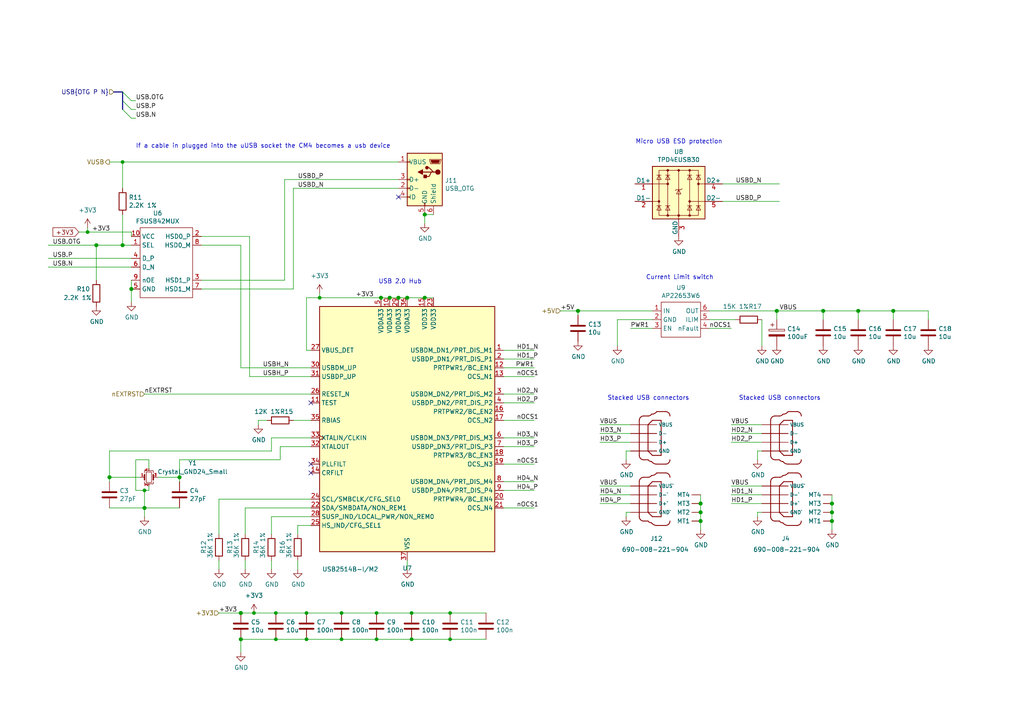
<source format=kicad_sch>
(kicad_sch (version 20211123) (generator eeschema)
  (paper "A4")
  (lib_symbols
    (symbol "CM4IO:AP2553W6"
      (property "Reference" "U" (at 3.81 -6.35 0))
      (property "Value" "AP2553W6" (at -3.81 -6.35 0))
      (symbol "AP2553W6_0_0"
        (pin power_in line (at -8.89 2.54 0) (length 2.54) (name "IN") (number "1"))
        (pin power_out line (at -8.89 0 0) (length 2.54) (name "GND") (number "2"))
        (pin input line (at -8.89 -2.54 0) (length 2.54) (name "EN") (number "3"))
        (pin open_collector line (at 7.62 -2.54 180) (length 2.54) (name "nFault") (number "4"))
        (pin passive line (at 7.62 0 180) (length 2.54) (name "ILIM") (number "5"))
        (pin power_out line (at 7.62 2.54 180) (length 2.54) (name "OUT") (number "6"))
      )
    )
    (symbol "CM4IO:FSUSB42MX"
      (property "Reference" "U6" (at 1.27 23.241 0))
      (property "Value" "FSUSB42MUX" (at 1.27 20.9296 0))
      (symbol "FSUSB42MX_0_0"
        (pin input line (at 8.89 13.97 180) (length 2.54) (name "SEL") (number "1"))
        (pin power_in line (at 8.89 16.51 180) (length 2.54) (name "VCC") (number "10"))
        (pin bidirectional line (at -11.43 16.51 0) (length 2.54) (name "HSD0_P") (number "2"))
        (pin bidirectional line (at -11.43 3.81 0) (length 2.54) (name "HSD1_P") (number "3"))
        (pin bidirectional line (at 8.89 10.16 180) (length 2.54) (name "D_P") (number "4"))
        (pin power_in line (at 8.89 1.27 180) (length 2.54) (name "GND") (number "5"))
        (pin bidirectional line (at 8.89 7.62 180) (length 2.54) (name "D_N") (number "6"))
        (pin bidirectional line (at -11.43 1.27 0) (length 2.54) (name "HSD1_M") (number "7"))
        (pin bidirectional line (at -11.43 13.97 0) (length 2.54) (name "HSD0_M") (number "8"))
        (pin input line (at 8.89 3.81 180) (length 2.54) (name "nOE") (number "9"))
      )
    )
    (symbol "CM4IO:TPD4EUSB30" (pin_names (offset 0))
      (property "Reference" "U" (at -0.635 8.89 0))
      (property "Value" "TPD4EUSB30" (at 8.89 -10.16 0))
      (symbol "TPD4EUSB30_1_1"
        (pin passive line (at -12.7 2.54 0) (length 5.08) (name "D1+") (number "1"))
        (pin passive line (at -12.7 2.54 0) (length 5.08) hide (name "~") (number "10"))
        (pin passive line (at -12.7 -2.54 0) (length 5.08) (name "D1-") (number "2"))
        (pin power_in line (at 0 -12.7 90) (length 5.08) (name "GND") (number "3"))
        (pin passive line (at 12.7 2.54 180) (length 5.08) (name "D2+") (number "4"))
        (pin passive line (at 12.7 -2.54 180) (length 5.08) (name "D2-") (number "5"))
        (pin passive line (at 12.7 -2.54 180) (length 5.08) hide (name "~") (number "6"))
        (pin passive line (at 12.7 2.54 180) (length 5.08) hide (name "~") (number "7"))
        (pin passive line (at 0 -12.7 90) (length 5.08) hide (name "GND") (number "8"))
        (pin passive line (at -12.7 -2.54 0) (length 5.08) hide (name "~") (number "9"))
      )
    )
    (symbol "CM4IO:USB_67298-4090" (pin_numbers hide)
      (property "Reference" "J" (at -5.08 21.6408 0))
      (property "Value" "USB_67298-4090" (at -5.08 -17.8054 0))
      (symbol "USB_67298-4090_0_0"
        (pin power_in line (at -7.62 -2.54 0) (length 7.62) (name "VBUS`") (number "1"))
        (pin passive line (at -7.62 -5.08 0) (length 7.62) (name "D-`") (number "2"))
        (pin passive line (at -7.62 -7.62 0) (length 7.62) (name "D+`") (number "3"))
        (pin power_in line (at -7.62 -10.16 0) (length 7.62) (name "GND`") (number "4"))
        (pin power_in line (at -7.62 15.24 0) (length 7.62) (name "VBUS") (number "5"))
        (pin passive line (at -7.62 12.7 0) (length 7.62) (name "D-") (number "6"))
        (pin passive line (at -7.62 10.16 0) (length 7.62) (name "D+") (number "7"))
        (pin power_in line (at -7.62 7.62 0) (length 7.62) (name "GND") (number "8"))
        (pin passive line (at 12.7 -12.7 180) (length 2.54) (name "MT1") (number "MT1"))
        (pin passive line (at 12.7 -10.16 180) (length 2.54) (name "MT2") (number "MT2"))
        (pin passive line (at 12.7 -7.62 180) (length 2.54) (name "MT3") (number "MT3"))
        (pin passive line (at 12.7 -5.08 180) (length 2.54) (name "MT4") (number "MT4"))
      )
    )
    (symbol "Connector:USB_OTG"
      (property "Reference" "J" (at -5.08 11.43 0))
      (property "Value" "USB_OTG" (at -5.08 8.89 0))
      (symbol "USB_OTG_1_1"
        (pin power_in line (at 7.62 5.08 180) (length 2.54) (name "VBUS") (number "1"))
        (pin passive line (at 7.62 -2.54 180) (length 2.54) (name "D-") (number "2"))
        (pin passive line (at 7.62 0 180) (length 2.54) (name "D+") (number "3"))
        (pin passive line (at 7.62 -5.08 180) (length 2.54) (name "ID") (number "4"))
        (pin power_in line (at 0 -10.16 90) (length 2.54) (name "GND") (number "5"))
        (pin passive line (at -2.54 -10.16 90) (length 2.54) (name "Shield") (number "6"))
      )
    )
    (symbol "Device:C" (pin_numbers hide) (pin_names (offset 0.254))
      (property "Reference" "C" (at 0.635 2.54 0))
      (property "Value" "C" (at 0.635 -2.54 0))
      (symbol "C_1_1"
        (pin passive line (at 0 3.81 270) (length 2.794) (name "~") (number "1"))
        (pin passive line (at 0 -3.81 90) (length 2.794) (name "~") (number "2"))
      )
    )
    (symbol "Device:CP" (pin_numbers hide) (pin_names (offset 0.254))
      (property "Reference" "C" (at 0.635 2.54 0))
      (property "Value" "CP" (at 0.635 -2.54 0))
      (symbol "CP_1_1"
        (pin passive line (at 0 3.81 270) (length 2.794) (name "~") (number "1"))
        (pin passive line (at 0 -3.81 90) (length 2.794) (name "~") (number "2"))
      )
    )
    (symbol "Device:Crystal_GND24_Small" (pin_names (offset 1.016) hide)
      (property "Reference" "Y" (at 1.27 4.445 0))
      (property "Value" "Crystal_GND24_Small" (at 1.27 2.54 0))
      (symbol "Crystal_GND24_Small_1_1"
        (pin passive line (at -2.54 0 0) (length 1.27) (name "1") (number "1"))
        (pin passive line (at 0 -2.54 90) (length 0.635) (name "2") (number "2"))
        (pin passive line (at 2.54 0 180) (length 1.27) (name "3") (number "3"))
        (pin passive line (at 0 2.54 270) (length 0.635) (name "4") (number "4"))
      )
    )
    (symbol "Device:R" (pin_numbers hide) (pin_names (offset 0))
      (property "Reference" "R" (at 2.032 0 90))
      (property "Value" "R" (at 0 0 90))
      (symbol "R_1_1"
        (pin passive line (at 0 3.81 270) (length 1.27) (name "~") (number "1"))
        (pin passive line (at 0 -3.81 90) (length 1.27) (name "~") (number "2"))
      )
    )
    (symbol "Interface_USB:USB2514B_Bi"
      (property "Reference" "U" (at -17.78 40.64 0))
      (property "Value" "USB2514B_Bi" (at -20.32 38.1 0))
      (symbol "USB2514B_Bi_1_1"
        (pin bidirectional line (at 27.94 22.86 180) (length 2.54) (name "USBDM_DN1/PRT_DIS_M1") (number "1"))
        (pin power_in line (at -5.08 38.1 270) (length 2.54) (name "VDDA33") (number "10"))
        (pin input line (at -27.94 7.62 0) (length 2.54) (name "TEST") (number "11"))
        (pin bidirectional line (at 27.94 17.78 180) (length 2.54) (name "PRTPWR1/BC_EN1") (number "12"))
        (pin input line (at 27.94 15.24 180) (length 2.54) (name "OCS_N1") (number "13"))
        (pin input line (at -27.94 -12.7 0) (length 2.54) (name "CRFILT") (number "14"))
        (pin power_in line (at 5.08 38.1 270) (length 2.54) (name "VDD33") (number "15"))
        (pin bidirectional line (at 27.94 5.08 180) (length 2.54) (name "PRTPWR2/BC_EN2") (number "16"))
        (pin input line (at 27.94 2.54 180) (length 2.54) (name "OCS_N2") (number "17"))
        (pin bidirectional line (at 27.94 -7.62 180) (length 2.54) (name "PRTPWR3/BC_EN3") (number "18"))
        (pin input line (at 27.94 -10.16 180) (length 2.54) (name "OCS_N3") (number "19"))
        (pin bidirectional line (at 27.94 20.32 180) (length 2.54) (name "USBDP_DN1/PRT_DIS_P1") (number "2"))
        (pin bidirectional line (at 27.94 -20.32 180) (length 2.54) (name "PRTPWR4/BC_EN4") (number "20"))
        (pin input line (at 27.94 -22.86 180) (length 2.54) (name "OCS_N4") (number "21"))
        (pin bidirectional line (at -27.94 -22.86 0) (length 2.54) (name "SDA/SMBDATA/NON_REM1") (number "22"))
        (pin power_in line (at 7.62 38.1 270) (length 2.54) (name "VDD33") (number "23"))
        (pin bidirectional line (at -27.94 -20.32 0) (length 2.54) (name "SCL/SMBCLK/CFG_SEL0") (number "24"))
        (pin bidirectional line (at -27.94 -27.94 0) (length 2.54) (name "HS_IND/CFG_SEL1") (number "25"))
        (pin input line (at -27.94 10.16 0) (length 2.54) (name "RESET_N") (number "26"))
        (pin input line (at -27.94 22.86 0) (length 2.54) (name "VBUS_DET") (number "27"))
        (pin bidirectional line (at -27.94 -25.4 0) (length 2.54) (name "SUSP_IND/LOCAL_PWR/NON_REM0") (number "28"))
        (pin power_in line (at -2.54 38.1 270) (length 2.54) (name "VDDA33") (number "29"))
        (pin bidirectional line (at 27.94 10.16 180) (length 2.54) (name "USBDM_DN2/PRT_DIS_M2") (number "3"))
        (pin bidirectional line (at -27.94 17.78 0) (length 2.54) (name "USBDM_UP") (number "30"))
        (pin bidirectional line (at -27.94 15.24 0) (length 2.54) (name "USBDP_UP") (number "31"))
        (pin output line (at -27.94 -5.08 0) (length 2.54) (name "XTALOUT") (number "32"))
        (pin input clock (at -27.94 -2.54 0) (length 2.54) (name "XTALIN/CLKIN") (number "33"))
        (pin input line (at -27.94 -10.16 0) (length 2.54) (name "PLLFILT") (number "34"))
        (pin input line (at -27.94 2.54 0) (length 2.54) (name "RBIAS") (number "35"))
        (pin power_in line (at 0 38.1 270) (length 2.54) (name "VDDA33") (number "36"))
        (pin power_in line (at 0 -38.1 90) (length 2.54) (name "VSS") (number "37"))
        (pin bidirectional line (at 27.94 7.62 180) (length 2.54) (name "USBDP_DN2/PRT_DIS_P2") (number "4"))
        (pin power_in line (at -7.62 38.1 270) (length 2.54) (name "VDDA33") (number "5"))
        (pin bidirectional line (at 27.94 -2.54 180) (length 2.54) (name "USBDM_DN3/PRT_DIS_M3") (number "6"))
        (pin bidirectional line (at 27.94 -5.08 180) (length 2.54) (name "USBDP_DN3/PRT_DIS_P3") (number "7"))
        (pin bidirectional line (at 27.94 -15.24 180) (length 2.54) (name "USBDM_DN4/PRT_DIS_M4") (number "8"))
        (pin bidirectional line (at 27.94 -17.78 180) (length 2.54) (name "USBDP_DN4/PRT_DIS_P4") (number "9"))
      )
    )
    (symbol "power:+3V3" (power) (pin_names (offset 0))
      (property "Value" "+3V3" (at 0 3.556 0))
      (symbol "+3V3_1_1"
        (pin power_in line (at 0 0 90) (length 0) hide (name "+3V3") (number "1"))
      )
    )
    (symbol "power:GND" (power) (pin_names (offset 0))
      (property "Value" "GND" (at 0 -3.81 0))
      (symbol "GND_1_1"
        (pin power_in line (at 0 0 270) (length 0) hide (name "GND") (number "1"))
      )
    )
  )
  (junction (at 38.1 83.82) (diameter 1.016))
  (junction (at 31.75 138.43) (diameter 1.016))
  (junction (at 238.76 90.17) (diameter 1.016))
  (junction (at 115.57 86.36) (diameter 1.016))
  (junction (at 27.94 71.12) (diameter 1.016))
  (junction (at 41.91 142.24))
  (junction (at 92.71 86.36))
  (junction (at 123.19 86.36) (diameter 1.016))
  (junction (at 73.66 177.8))
  (junction (at 99.06 185.42))
  (junction (at 35.56 71.12) (diameter 1.016))
  (junction (at 119.38 185.42))
  (junction (at 80.01 177.8))
  (junction (at 225.298 90.17) (diameter 1.016))
  (junction (at 99.06 177.8))
  (junction (at 69.85 185.42) (diameter 1.016))
  (junction (at 123.19 62.23) (diameter 1.016))
  (junction (at 167.64 90.17) (diameter 1.016))
  (junction (at 109.22 177.8))
  (junction (at 52.07 138.43) (diameter 1.016))
  (junction (at 203.2 146.05) (diameter 1.016))
  (junction (at 80.01 185.42))
  (junction (at 41.91 147.32) (diameter 1.016))
  (junction (at 110.49 86.36) (diameter 1.016))
  (junction (at 113.03 86.36) (diameter 1.016))
  (junction (at 259.08 90.17) (diameter 1.016))
  (junction (at 88.9 185.42))
  (junction (at 119.38 177.8))
  (junction (at 130.556 177.8))
  (junction (at 248.92 90.17) (diameter 1.016))
  (junction (at 241.3 151.13) (diameter 1.016))
  (junction (at 203.2 151.13) (diameter 1.016))
  (junction (at 109.22 185.42))
  (junction (at 118.11 86.36) (diameter 1.016))
  (junction (at 25.4 67.31))
  (junction (at 35.56 46.99))
  (junction (at 69.85 177.8) (diameter 1.016))
  (junction (at 241.3 148.59) (diameter 1.016))
  (junction (at 130.556 185.42))
  (junction (at 241.3 146.05) (diameter 1.016))
  (junction (at 203.2 148.59) (diameter 1.016))
  (junction (at 88.9 177.8))
  (no_connect (at 90.17 116.84))
  (no_connect (at 115.57 57.15))
  (no_connect (at 90.17 137.16))
  (no_connect (at 90.17 134.62))
  (bus_entry (at 35.56 26.67) (size 2.54 2.54))
  (bus_entry (at 35.56 29.21) (size 2.54 2.54))
  (bus_entry (at 35.56 31.75) (size 2.54 2.54))
  (wire (pts (xy 63.5 154.94) (xy 63.5 144.78)))
  (wire (pts (xy 123.19 64.77) (xy 123.19 62.23)))
  (wire (pts (xy 173.99 146.05) (xy 182.88 146.05)))
  (wire (pts (xy 238.76 90.17) (xy 248.92 90.17)))
  (wire (pts (xy 220.98 92.71) (xy 220.98 100.33)))
  (wire (pts (xy 27.94 71.12) (xy 27.94 81.28)))
  (wire (pts (xy 88.9 86.36) (xy 92.71 86.36)))
  (wire (pts (xy 220.98 130.81) (xy 219.71 130.81)))
  (wire (pts (xy 85.09 121.92) (xy 90.17 121.92)))
  (wire (pts (xy 205.74 95.25) (xy 212.09 95.25)))
  (wire (pts (xy 209.55 58.42) (xy 226.06 58.42)))
  (wire (pts (xy 241.3 148.59) (xy 241.3 151.13)))
  (wire (pts (xy 81.28 133.35) (xy 52.07 133.35)))
  (wire (pts (xy 86.36 162.56) (xy 86.36 165.1)))
  (wire (pts (xy 99.06 185.42) (xy 109.22 185.42)))
  (wire (pts (xy 146.05 142.24) (xy 154.94 142.24)))
  (wire (pts (xy 119.38 185.42) (xy 130.556 185.42)))
  (wire (pts (xy 38.1 68.58) (xy 38.1 67.31)))
  (wire (pts (xy 71.12 147.32) (xy 90.17 147.32)))
  (wire (pts (xy 109.22 177.8) (xy 119.38 177.8)))
  (wire (pts (xy 146.05 104.14) (xy 154.94 104.14)))
  (wire (pts (xy 241.3 143.51) (xy 241.3 146.05)))
  (wire (pts (xy 38.1 31.75) (xy 39.37 31.75)))
  (wire (pts (xy 219.71 148.59) (xy 219.71 149.86)))
  (wire (pts (xy 81.28 129.54) (xy 81.28 133.35)))
  (wire (pts (xy 63.5 144.78) (xy 90.17 144.78)))
  (wire (pts (xy 162.56 90.17) (xy 167.64 90.17)))
  (wire (pts (xy 179.07 92.71) (xy 179.07 100.33)))
  (wire (pts (xy 25.4 67.31) (xy 38.1 67.31)))
  (wire (pts (xy 38.1 81.28) (xy 38.1 83.82)))
  (wire (pts (xy 25.4 66.04) (xy 25.4 67.31)))
  (wire (pts (xy 41.91 147.32) (xy 41.91 149.86)))
  (wire (pts (xy 31.75 46.99) (xy 35.56 46.99)))
  (wire (pts (xy 123.19 86.36) (xy 125.73 86.36)))
  (wire (pts (xy 72.39 109.22) (xy 90.17 109.22)))
  (wire (pts (xy 85.09 83.82) (xy 85.09 54.61)))
  (wire (pts (xy 220.98 148.59) (xy 219.71 148.59)))
  (wire (pts (xy 58.42 68.58) (xy 72.39 68.58)))
  (wire (pts (xy 69.85 177.8) (xy 73.66 177.8)))
  (wire (pts (xy 35.56 71.12) (xy 27.94 71.12)))
  (wire (pts (xy 209.55 53.34) (xy 226.06 53.34)))
  (wire (pts (xy 69.85 185.42) (xy 80.01 185.42)))
  (wire (pts (xy 123.19 62.23) (xy 125.73 62.23)))
  (wire (pts (xy 130.556 185.42) (xy 140.97 185.42)))
  (wire (pts (xy 113.03 86.36) (xy 115.57 86.36)))
  (wire (pts (xy 219.71 130.81) (xy 219.71 133.35)))
  (wire (pts (xy 41.91 114.3) (xy 90.17 114.3)))
  (wire (pts (xy 78.74 154.94) (xy 78.74 149.86)))
  (wire (pts (xy 225.298 90.17) (xy 238.76 90.17)))
  (wire (pts (xy 259.08 90.17) (xy 269.24 90.17)))
  (wire (pts (xy 41.91 147.32) (xy 52.07 147.32)))
  (wire (pts (xy 118.11 86.36) (xy 123.19 86.36)))
  (wire (pts (xy 212.09 140.97) (xy 220.98 140.97)))
  (wire (pts (xy 78.74 162.56) (xy 78.74 165.1)))
  (wire (pts (xy 82.55 52.07) (xy 115.57 52.07)))
  (wire (pts (xy 63.5 162.56) (xy 63.5 165.1)))
  (wire (pts (xy 167.64 90.17) (xy 189.23 90.17)))
  (wire (pts (xy 248.92 90.17) (xy 248.92 92.71)))
  (wire (pts (xy 38.1 71.12) (xy 35.56 71.12)))
  (wire (pts (xy 63.5 177.8) (xy 69.85 177.8)))
  (wire (pts (xy 35.56 46.99) (xy 115.57 46.99)))
  (wire (pts (xy 225.298 90.17) (xy 225.298 92.71)))
  (wire (pts (xy 58.42 81.28) (xy 82.55 81.28)))
  (wire (pts (xy 189.23 92.71) (xy 179.07 92.71)))
  (wire (pts (xy 39.37 142.24) (xy 41.91 142.24)))
  (wire (pts (xy 167.64 91.44) (xy 167.64 90.17)))
  (wire (pts (xy 110.49 86.36) (xy 113.03 86.36)))
  (wire (pts (xy 73.66 177.8) (xy 80.01 177.8)))
  (bus (pts (xy 35.56 29.21) (xy 35.56 31.75)))
  (wire (pts (xy 212.09 146.05) (xy 220.98 146.05)))
  (wire (pts (xy 58.42 71.12) (xy 69.85 71.12)))
  (wire (pts (xy 69.85 189.23) (xy 69.85 185.42)))
  (wire (pts (xy 86.36 152.4) (xy 90.17 152.4)))
  (wire (pts (xy 43.18 133.35) (xy 39.37 133.35)))
  (wire (pts (xy 238.76 92.71) (xy 238.76 90.17)))
  (wire (pts (xy 86.36 154.94) (xy 86.36 152.4)))
  (wire (pts (xy 39.37 133.35) (xy 39.37 142.24)))
  (wire (pts (xy 146.05 106.68) (xy 154.94 106.68)))
  (wire (pts (xy 13.97 71.12) (xy 27.94 71.12)))
  (wire (pts (xy 173.99 125.73) (xy 182.88 125.73)))
  (wire (pts (xy 99.06 177.8) (xy 109.22 177.8)))
  (wire (pts (xy 13.97 77.47) (xy 38.1 77.47)))
  (wire (pts (xy 90.17 101.6) (xy 88.9 101.6)))
  (wire (pts (xy 71.12 154.94) (xy 71.12 147.32)))
  (wire (pts (xy 118.11 162.56) (xy 118.11 165.1)))
  (wire (pts (xy 203.2 148.59) (xy 203.2 151.13)))
  (wire (pts (xy 241.3 146.05) (xy 241.3 148.59)))
  (wire (pts (xy 241.3 151.13) (xy 241.3 153.67)))
  (wire (pts (xy 71.12 162.56) (xy 71.12 165.1)))
  (wire (pts (xy 88.9 177.8) (xy 99.06 177.8)))
  (wire (pts (xy 80.01 177.8) (xy 88.9 177.8)))
  (wire (pts (xy 45.72 138.43) (xy 52.07 138.43)))
  (wire (pts (xy 248.92 90.17) (xy 259.08 90.17)))
  (wire (pts (xy 74.93 121.92) (xy 74.93 123.19)))
  (wire (pts (xy 88.9 185.42) (xy 99.06 185.42)))
  (wire (pts (xy 90.17 106.68) (xy 69.85 106.68)))
  (wire (pts (xy 146.05 129.54) (xy 154.94 129.54)))
  (wire (pts (xy 31.75 130.81) (xy 31.75 138.43)))
  (wire (pts (xy 212.09 123.19) (xy 220.98 123.19)))
  (bus (pts (xy 33.02 26.67) (xy 35.56 26.67)))
  (wire (pts (xy 146.05 109.22) (xy 154.94 109.22)))
  (wire (pts (xy 181.61 148.59) (xy 181.61 149.86)))
  (wire (pts (xy 146.05 134.62) (xy 154.94 134.62)))
  (wire (pts (xy 41.91 142.24) (xy 41.91 147.32)))
  (wire (pts (xy 13.97 74.93) (xy 38.1 74.93)))
  (wire (pts (xy 173.99 140.97) (xy 182.88 140.97)))
  (wire (pts (xy 35.56 62.23) (xy 35.56 71.12)))
  (wire (pts (xy 115.57 86.36) (xy 118.11 86.36)))
  (wire (pts (xy 82.55 81.28) (xy 82.55 52.07)))
  (wire (pts (xy 69.85 71.12) (xy 69.85 106.68)))
  (wire (pts (xy 35.56 54.61) (xy 35.56 46.99)))
  (wire (pts (xy 41.91 142.24) (xy 43.18 142.24)))
  (wire (pts (xy 78.74 127) (xy 90.17 127)))
  (wire (pts (xy 90.17 129.54) (xy 81.28 129.54)))
  (wire (pts (xy 31.75 138.43) (xy 40.64 138.43)))
  (wire (pts (xy 146.05 116.84) (xy 154.94 116.84)))
  (wire (pts (xy 146.05 121.92) (xy 154.94 121.92)))
  (wire (pts (xy 146.05 114.3) (xy 154.94 114.3)))
  (wire (pts (xy 259.08 90.17) (xy 259.08 92.71)))
  (wire (pts (xy 92.71 86.36) (xy 110.49 86.36)))
  (wire (pts (xy 181.61 130.81) (xy 181.61 133.35)))
  (bus (pts (xy 35.56 26.67) (xy 35.56 29.21)))
  (wire (pts (xy 22.86 67.31) (xy 25.4 67.31)))
  (wire (pts (xy 203.2 151.13) (xy 203.2 153.67)))
  (wire (pts (xy 78.74 130.81) (xy 31.75 130.81)))
  (wire (pts (xy 31.75 147.32) (xy 41.91 147.32)))
  (wire (pts (xy 38.1 34.29) (xy 39.37 34.29)))
  (wire (pts (xy 80.01 185.42) (xy 88.9 185.42)))
  (wire (pts (xy 38.1 29.21) (xy 39.37 29.21)))
  (wire (pts (xy 203.2 146.05) (xy 203.2 148.59)))
  (wire (pts (xy 212.09 143.51) (xy 220.98 143.51)))
  (wire (pts (xy 212.09 128.27) (xy 220.98 128.27)))
  (wire (pts (xy 146.05 147.32) (xy 154.94 147.32)))
  (wire (pts (xy 52.07 138.43) (xy 52.07 139.7)))
  (wire (pts (xy 92.71 85.09) (xy 92.71 86.36)))
  (wire (pts (xy 78.74 149.86) (xy 90.17 149.86)))
  (wire (pts (xy 182.88 148.59) (xy 181.61 148.59)))
  (wire (pts (xy 173.99 128.27) (xy 182.88 128.27)))
  (wire (pts (xy 58.42 83.82) (xy 85.09 83.82)))
  (wire (pts (xy 173.99 143.51) (xy 182.88 143.51)))
  (wire (pts (xy 119.38 177.8) (xy 130.556 177.8)))
  (wire (pts (xy 31.75 139.7) (xy 31.75 138.43)))
  (wire (pts (xy 78.74 127) (xy 78.74 130.81)))
  (wire (pts (xy 182.88 130.81) (xy 181.61 130.81)))
  (wire (pts (xy 146.05 139.7) (xy 154.94 139.7)))
  (wire (pts (xy 88.9 101.6) (xy 88.9 86.36)))
  (wire (pts (xy 85.09 54.61) (xy 115.57 54.61)))
  (wire (pts (xy 43.18 142.24) (xy 43.18 140.97)))
  (wire (pts (xy 38.1 83.82) (xy 38.1 87.63)))
  (wire (pts (xy 109.22 185.42) (xy 119.38 185.42)))
  (wire (pts (xy 182.88 95.25) (xy 189.23 95.25)))
  (wire (pts (xy 72.39 68.58) (xy 72.39 109.22)))
  (wire (pts (xy 205.74 90.17) (xy 225.298 90.17)))
  (wire (pts (xy 205.74 92.71) (xy 213.36 92.71)))
  (wire (pts (xy 52.07 133.35) (xy 52.07 138.43)))
  (wire (pts (xy 146.05 101.6) (xy 154.94 101.6)))
  (wire (pts (xy 173.99 123.19) (xy 182.88 123.19)))
  (wire (pts (xy 130.556 177.8) (xy 140.97 177.8)))
  (wire (pts (xy 77.47 121.92) (xy 74.93 121.92)))
  (wire (pts (xy 203.2 143.51) (xy 203.2 146.05)))
  (wire (pts (xy 212.09 125.73) (xy 220.98 125.73)))
  (wire (pts (xy 146.05 127) (xy 154.94 127)))
  (wire (pts (xy 43.18 135.89) (xy 43.18 133.35)))
  (wire (pts (xy 269.24 92.71) (xy 269.24 90.17)))
  (text "Current Limit switch" (at 207.01 81.28 180) (effects (font (size 1.27 1.27)) (justify right bottom)))
  (text "Stacked USB connectors" (at 199.9488 116.2812 180) (effects (font (size 1.27 1.27)) (justify right bottom)))
  (text "Micro USB ESD protection" (at 209.55 41.91 180) (effects (font (size 1.27 1.27)) (justify right bottom)))
  (text "Stacked USB connectors" (at 238.0488 116.2812 180) (effects (font (size 1.27 1.27)) (justify right bottom)))
  (text "If a cable in plugged into the uUSB socket the CM4 becomes a usb device" (at 39.37 43.18 0) (effects (font (size 1.27 1.27)) (justify left bottom)))
  (text "USB 2.0 Hub" (at 122.3518 82.4992 180) (effects (font (size 1.27 1.27)) (justify right bottom)))
  (label "HD2_P" (at 212.09 128.27 0))
  (label "HD2_N" (at 212.09 125.73 0))
  (label "HD2_N" (at 149.86 114.3 0))
  (label "PWR1" (at 154.94 106.68 180))
  (label "+3V3" (at 26.67 67.31 0))
  (label "+3V3" (at 103.124 86.36 0))
  (label "VBUS" (at 173.99 123.19 0))
  (label "USB.OTG" (at 39.37 29.21 0))
  (label "PWR1" (at 182.88 95.25 0))
  (label "VBUS" (at 173.99 140.97 0))
  (label "nOCS1" (at 149.86 134.62 0))
  (label "nOCS1" (at 149.86 109.22 0))
  (label "HD3_P" (at 173.99 128.27 0))
  (label "HD3_N" (at 173.99 125.73 0))
  (label "USBH_N" (at 76.2 106.68 0))
  (label "HD3_P" (at 149.86 129.54 0))
  (label "HD3_N" (at 149.86 127 0))
  (label "nEXTRST" (at 41.91 114.3 0))
  (label "USB.N" (at 15.24 77.47 0))
  (label "HD4_P" (at 173.99 146.05 0))
  (label "HD4_N" (at 149.86 139.7 0))
  (label "HD4_N" (at 173.99 143.51 0))
  (label "nOCS1" (at 149.86 147.32 0))
  (label "USB.N" (at 39.37 34.29 0))
  (label "USB.P" (at 39.37 31.75 0))
  (label "HD1_N" (at 212.09 143.51 0))
  (label "nOCS1" (at 205.74 95.25 0))
  (label "+3V3" (at 63.5 177.8 0))
  (label "nOCS1" (at 149.86 121.92 0))
  (label "HD1_P" (at 212.09 146.05 0))
  (label "VBUS" (at 212.09 123.19 0))
  (label "USBD_N" (at 213.36 53.34 0))
  (label "USBD_P" (at 86.36 52.07 0))
  (label "+5V" (at 162.56 90.17 0))
  (label "HD2_P" (at 149.86 116.84 0))
  (label "USBD_P" (at 213.36 58.42 0))
  (label "VBUS" (at 212.09 140.97 0))
  (label "USBD_N" (at 86.36 54.61 0))
  (label "HD1_P" (at 149.86 104.14 0))
  (label "VBUS" (at 226.06 90.17 0))
  (label "USB.P" (at 15.24 74.93 0))
  (label "USBH_P" (at 76.2 109.22 0))
  (label "HD1_N" (at 149.86 101.6 0))
  (label "USB.OTG" (at 15.24 71.12 0))
  (label "HD4_P" (at 149.86 142.24 0))
  (global_label "+3V3" (shape input) (at 22.86 67.31 180) (property "Intersheet References" "${INTERSHEET_REFS}" (effects hide)))
  (hierarchical_label "nEXTRST" (shape input) (at 41.91 114.3 180))
  (hierarchical_label "USB{OTG P N}" (shape input) (at 33.02 26.67 180))
  (hierarchical_label "+3V3" (shape input) (at 63.5 177.8 180))
  (hierarchical_label "VUSB" (shape output) (at 31.75 46.99 180))
  (hierarchical_label "+5V" (shape input) (at 162.56 90.17 180))
  (symbol (lib_id "power:GND") (at 181.61 149.86 0) (unit 1)
    (property "Reference" "#PWR0146" (effects hide))
    (property "Value" "GND" (at 181.737 154.2542 0))
  )
  (symbol (lib_id "power:GND") (at 238.76 100.33 0) (unit 1)
    (property "Reference" "#PWR0154" (effects hide))
    (property "Value" "GND" (at 238.887 104.7242 0))
  )
  (symbol (lib_id "power:GND") (at 179.07 100.33 0) (unit 1)
    (property "Reference" "#PWR0157" (effects hide))
    (property "Value" "GND" (at 179.197 104.7242 0))
  )
  (symbol (lib_id "Device:C") (at 248.92 96.52 0) (unit 1)
    (property "Reference" "C16" (at 251.841 95.3516 0) (effects (justify left)))
    (property "Value" "10u" (at 251.841 97.663 0) (effects (justify left)))
    (property "Footprint" "Capacitor_SMD:C_0805_2012Metric" (effects hide))
    (property "Datasheet" "https://search.murata.co.jp/Ceramy/image/img/A01X/G101/ENG/GRM21BR71A106KA73-01.pdf" (effects hide))
    (property "Field5" "490-14381-1-ND" (effects hide))
    (property "Field4" "Digikey" (effects hide))
    (property "Field6" "GRM21BR71A106KA73L" (effects hide))
    (property "Field7" "Murata" (effects hide))
    (property "Part Description" "	10uF 10% 10V Ceramic Capacitor X7R 0805 (2012 Metric)" (effects hide))
    (property "Field8" "111893011" (effects hide))
  )
  (symbol (lib_id "power:GND") (at 219.71 149.86 0) (unit 1)
    (property "Reference" "#PWR0108" (effects hide))
    (property "Value" "GND" (at 219.837 154.2542 0))
  )
  (symbol (lib_id "power:GND") (at 118.11 165.1 0) (unit 1)
    (property "Reference" "#PWR0143" (effects hide))
    (property "Value" "GND" (at 118.237 169.4942 0))
  )
  (symbol (lib_id "Device:C") (at 99.06 181.61 0) (unit 1)
    (property "Reference" "C8" (at 101.981 180.4416 0) (effects (justify left)))
    (property "Value" "100n" (at 101.981 182.753 0) (effects (justify left)))
    (property "Footprint" "Capacitor_SMD:C_0402_1005Metric" (effects hide))
    (property "Datasheet" "https://search.murata.co.jp/Ceramy/image/img/A01X/G101/ENG/GRM155R71C104KA88-01.pdf" (effects hide))
    (property "Field4" "Farnell" (effects hide))
    (property "Field5" "2611911" (effects hide))
    (property "Field6" "RM EMK105 B7104KV-F" (effects hide))
    (property "Field7" "TAIYO YUDEN EUROPE GMBH" (effects hide))
    (property "Part Description" "	0.1uF 10% 16V Ceramic Capacitor X7R 0402 (1005 Metric)" (effects hide))
    (property "Field8" "110091611" (effects hide))
  )
  (symbol (lib_id "Device:C") (at 52.07 143.51 0) (unit 1)
    (property "Reference" "C4" (at 54.991 142.3416 0) (effects (justify left)))
    (property "Value" "27pF" (at 54.991 144.653 0) (effects (justify left)))
    (property "Footprint" "Capacitor_SMD:C_0402_1005Metric" (effects hide))
    (property "Datasheet" "https://search.murata.co.jp/Ceramy/image/img/A01X/G101/ENG/GJM1555C1H270JB01-01.pdf" (effects hide))
    (property "Field8" "UCAP00738 " (effects hide))
    (property "Field5" "490-17672-1-ND" (effects hide))
    (property "Field6" "GJM1555C1H270JB01D" (effects hide))
    (property "Field7" "Murata" (effects hide))
    (property "Part Description" "	27pF 5% 50V Ceramic Capacitor C0G, NP0 0402 (1005 Metric)" (effects hide))
    (property "Field4" "Digikey" (effects hide))
  )
  (symbol (lib_id "CM4IO:AP2553W6") (at 198.12 92.71 0) (unit 1)
    (property "Reference" "U9" (at 197.485 83.439 0))
    (property "Value" "AP22653W6" (at 197.485 85.7504 0))
    (property "Footprint" "Package_TO_SOT_SMD:SOT-23-6" (effects hide))
    (property "Datasheet" "https://www.diodes.com/assets/Datasheets/AP255x.pdf" (effects hide))
    (property "Field4" "Digikey" (effects hide))
    (property "Field5" "	31-AP22653W6-7CT-ND" (effects hide))
    (property "Field6" "AP22653W6" (effects hide))
    (property "Field7" "Diodes" (effects hide))
    (property "Part Description" "	Power Switch/Driver 1:1 P-Channel 2.1A SOT-23-6" (effects hide))
  )
  (symbol (lib_id "Device:CP") (at 225.298 96.52 0) (unit 1)
    (property "Reference" "C14" (at 228.2952 95.377 0) (effects (justify left)))
    (property "Value" "100uF" (at 228.2952 97.663 0) (effects (justify left)))
    (property "Footprint" "Capacitor_SMD:C_1210_3225Metric" (effects hide))
    (property "Field4" "Mouser" (effects hide))
    (property "Field5" "667-EEF-CX0J101R" (effects hide))
    (property "Part Description" "Capacitor, SP-Cap, 100u, 6.3V, 15mR ESR" (effects hide))
  )
  (symbol (lib_id "power:GND") (at 203.2 153.67 0) (unit 1)
    (property "Reference" "#PWR0145" (effects hide))
    (property "Value" "GND" (at 203.327 158.0642 0))
  )
  (symbol (lib_id "Device:R") (at 71.12 158.75 0) (unit 1)
    (property "Reference" "R13" (at 66.675 160.655 90) (effects (justify left)))
    (property "Value" "36K 1%" (at 68.58 161.925 90) (effects (justify left)))
    (property "Footprint" "Resistor_SMD:R_0402_1005Metric" (effects hide))
    (property "Datasheet" "https://fscdn.rohm.com/en/products/databook/datasheet/passive/resistor/chip_resistor/mcr-e.pdf" (effects hide))
    (property "Field4" "Farnell" (effects hide))
    (property "Field5" "1458788" (effects hide))
    (property "Field7" "Rohm" (effects hide))
    (property "Field6" "MCR01MZPF3602" (effects hide))
    (property "Part Description" "Resistor 36K M1005 1% 63mW" (effects hide))
  )
  (symbol (lib_id "power:GND") (at 74.93 123.19 0) (unit 1)
    (property "Reference" "#PWR0138" (effects hide))
    (property "Value" "GND" (at 75.057 127.5842 0))
  )
  (symbol (lib_id "CM4IO:FSUSB42MX") (at 46.99 85.09 0) (mirror y) (unit 1)
    (property "Reference" "U6" (at 45.72 61.849 0))
    (property "Value" "FSUSB42MUX" (at 45.72 64.1604 0))
    (property "Footprint" "Package_DFN_QFN:Texas_R-PUQFN-N10" (effects hide))
    (property "Datasheet" "https://www.onsemi.com/pub/Collateral/FSUSB42-D.PDF" (effects hide))
    (property "Field4" "Farnell" (effects hide))
    (property "Field5" "2564479" (effects hide))
    (property "Field6" "FSUSB42MUX" (effects hide))
    (property "Field7" "Onsemi" (effects hide))
    (property "Part Description" "USB Switch IC 1 Channel 10-MSOP" (effects hide))
  )
  (symbol (lib_id "power:GND") (at 86.36 165.1 0) (unit 1)
    (property "Reference" "#PWR0133" (effects hide))
    (property "Value" "GND" (at 86.487 169.4942 0))
  )
  (symbol (lib_id "Device:C") (at 31.75 143.51 0) (unit 1)
    (property "Reference" "C3" (at 34.671 142.3416 0) (effects (justify left)))
    (property "Value" "27pF" (at 34.671 144.653 0) (effects (justify left)))
    (property "Footprint" "Capacitor_SMD:C_0402_1005Metric" (effects hide))
    (property "Datasheet" "https://search.murata.co.jp/Ceramy/image/img/A01X/G101/ENG/GJM1555C1H270JB01-01.pdf" (effects hide))
    (property "Field8" "UCAP00738 " (effects hide))
    (property "Field5" "490-17672-1-ND" (effects hide))
    (property "Field6" "GJM1555C1H270JB01D" (effects hide))
    (property "Field7" "Murata" (effects hide))
    (property "Part Description" "	27pF 5% 50V Ceramic Capacitor C0G, NP0 0402 (1005 Metric)" (effects hide))
    (property "Field4" "Digikey" (effects hide))
  )
  (symbol (lib_id "Interface_USB:USB2514B_Bi") (at 118.11 124.46 0) (unit 1)
    (property "Reference" "U7" (at 118.11 164.8206 0))
    (property "Value" "USB2514B-I/M2" (at 101.6 165.1 0))
    (property "Footprint" "Package_DFN_QFN:QFN-36-1EP_6x6mm_P0.5mm_EP3.7x3.7mm" (effects hide))
    (property "Datasheet" "http://ww1.microchip.com/downloads/en/DeviceDoc/00001692C.pdf" (effects hide))
    (property "Field4" "Farnell" (effects hide))
    (property "Field5" "2775060" (effects hide))
    (property "Field6" "USB2514B-I/M2" (effects hide))
    (property "Field7" "Microchip" (effects hide))
    (property "Part Description" "	USB Hub Controller USB Interface 36-SQFN (6x6)" (effects hide))
    (property "Field8" "UICC00931" (effects hide))
  )
  (symbol (lib_id "power:+3V3") (at 73.66 177.8 0) (unit 1)
    (property "Reference" "#PWR015" (effects hide))
    (property "Value" "+3V3" (at 73.66 172.72 0))
  )
  (symbol (lib_id "power:GND") (at 241.3 153.67 0) (unit 1)
    (property "Reference" "#PWR0105" (effects hide))
    (property "Value" "GND" (at 241.427 158.0642 0))
  )
  (symbol (lib_id "power:+3V3") (at 25.4 66.04 0) (unit 1)
    (property "Reference" "#PWR014" (effects hide))
    (property "Value" "+3V3" (at 25.4 60.96 0))
  )
  (symbol (lib_id "Device:C") (at 259.08 96.52 0) (unit 1)
    (property "Reference" "C17" (at 262.001 95.3516 0) (effects (justify left)))
    (property "Value" "10u" (at 262.001 97.663 0) (effects (justify left)))
    (property "Footprint" "Capacitor_SMD:C_0805_2012Metric" (effects hide))
    (property "Datasheet" "https://search.murata.co.jp/Ceramy/image/img/A01X/G101/ENG/GRM21BR71A106KA73-01.pdf" (effects hide))
    (property "Field5" "490-14381-1-ND" (effects hide))
    (property "Field4" "Digikey" (effects hide))
    (property "Field6" "GRM21BR71A106KA73L" (effects hide))
    (property "Field7" "Murata" (effects hide))
    (property "Part Description" "	10uF 10% 10V Ceramic Capacitor X7R 0805 (2012 Metric)" (effects hide))
    (property "Field8" "111893011" (effects hide))
  )
  (symbol (lib_id "power:GND") (at 69.85 189.23 0) (unit 1)
    (property "Reference" "#PWR0142" (effects hide))
    (property "Value" "GND" (at 69.977 193.6242 0))
  )
  (symbol (lib_id "Device:R") (at 63.5 158.75 0) (unit 1)
    (property "Reference" "R12" (at 59.055 160.655 90) (effects (justify left)))
    (property "Value" "36K 1%" (at 60.96 161.925 90) (effects (justify left)))
    (property "Footprint" "Resistor_SMD:R_0402_1005Metric" (effects hide))
    (property "Datasheet" "https://fscdn.rohm.com/en/products/databook/datasheet/passive/resistor/chip_resistor/mcr-e.pdf" (effects hide))
    (property "Field4" "Farnell" (effects hide))
    (property "Field5" "1458788" (effects hide))
    (property "Field7" "Rohm" (effects hide))
    (property "Field6" "MCR01MZPF3602" (effects hide))
    (property "Part Description" "Resistor 36K M1005 1% 63mW" (effects hide))
  )
  (symbol (lib_id "CM4IO:USB_67298-4090") (at 228.6 138.43 0) (unit 1)
    (property "Reference" "J4" (at 226.695 156.21 0) (effects (justify left)))
    (property "Value" "690-008-221-904" (at 218.44 159.385 0) (effects (justify left)))
    (property "Footprint" "CM4IO:MOLEX_USB_67298-4090" (effects hide))
    (property "Datasheet" "https://www.molex.com/pdm_docs/sd/672984090_sd.pdf" (effects hide))
    (property "Field4" "Farnell" (effects hide))
    (property "Field5" "	2751688" (effects hide))
    (property "Field6" "690-008-221-904" (effects hide))
    (property "Field7" "EDAC" (effects hide))
    (property "Field8" "UCON00727" (effects hide))
    (property "Part Description" "USB-A (USB TYPE-A), Stacked Receptacle Connector 8 Position Through Hole, Right Angle" (effects hide))
  )
  (symbol (lib_id "power:GND") (at 71.12 165.1 0) (unit 1)
    (property "Reference" "#PWR0136" (effects hide))
    (property "Value" "GND" (at 71.247 169.4942 0))
  )
  (symbol (lib_id "Device:C") (at 109.22 181.61 0) (unit 1)
    (property "Reference" "C9" (at 112.141 180.4416 0) (effects (justify left)))
    (property "Value" "100n" (at 112.141 182.753 0) (effects (justify left)))
    (property "Footprint" "Capacitor_SMD:C_0402_1005Metric" (effects hide))
    (property "Datasheet" "https://search.murata.co.jp/Ceramy/image/img/A01X/G101/ENG/GRM155R71C104KA88-01.pdf" (effects hide))
    (property "Field4" "Farnell" (effects hide))
    (property "Field5" "2611911" (effects hide))
    (property "Field6" "RM EMK105 B7104KV-F" (effects hide))
    (property "Field7" "TAIYO YUDEN EUROPE GMBH" (effects hide))
    (property "Part Description" "	0.1uF 10% 16V Ceramic Capacitor X7R 0402 (1005 Metric)" (effects hide))
    (property "Field8" "110091611" (effects hide))
  )
  (symbol (lib_id "power:GND") (at 248.92 100.33 0) (unit 1)
    (property "Reference" "#PWR0155" (effects hide))
    (property "Value" "GND" (at 249.047 104.7242 0))
  )
  (symbol (lib_id "power:GND") (at 269.24 100.33 0) (unit 1)
    (property "Reference" "#PWR0150" (effects hide))
    (property "Value" "GND" (at 269.367 104.7242 0))
  )
  (symbol (lib_id "Device:R") (at 81.28 121.92 90) (unit 1)
    (property "Reference" "R15" (at 85.09 119.38 90) (effects (justify left)))
    (property "Value" "12K 1%" (at 81.28 119.38 90) (effects (justify left)))
    (property "Footprint" "Resistor_SMD:R_0402_1005Metric" (effects hide))
    (property "Datasheet" "https://fscdn.rohm.com/en/products/databook/datasheet/passive/resistor/chip_resistor/mcr-e.pdf" (effects hide))
    (property "Field4" "Farnell" (effects hide))
    (property "Field5" "9239367" (effects hide))
    (property "Field7" "Rohm" (effects hide))
    (property "Field6" "MCR01MZPF1202" (effects hide))
    (property "Part Description" "Resistor 12K M1005 1% 63mW" (effects hide))
  )
  (symbol (lib_id "Device:C") (at 167.64 95.25 0) (unit 1)
    (property "Reference" "C13" (at 170.561 94.0816 0) (effects (justify left)))
    (property "Value" "10u" (at 170.561 96.393 0) (effects (justify left)))
    (property "Footprint" "Capacitor_SMD:C_0805_2012Metric" (effects hide))
    (property "Datasheet" "https://search.murata.co.jp/Ceramy/image/img/A01X/G101/ENG/GRM21BR71A106KA73-01.pdf" (effects hide))
    (property "Field5" "490-14381-1-ND" (effects hide))
    (property "Field4" "Digikey" (effects hide))
    (property "Field6" "GRM21BR71A106KA73L" (effects hide))
    (property "Field7" "Murata" (effects hide))
    (property "Part Description" "	10uF 10% 10V Ceramic Capacitor X7R 0805 (2012 Metric)" (effects hide))
    (property "Field8" "111893011" (effects hide))
  )
  (symbol (lib_id "power:GND") (at 196.85 68.58 0) (unit 1)
    (property "Reference" "#PWR0151" (effects hide))
    (property "Value" "GND" (at 196.977 72.9742 0))
  )
  (symbol (lib_id "power:GND") (at 63.5 165.1 0) (unit 1)
    (property "Reference" "#PWR0135" (effects hide))
    (property "Value" "GND" (at 63.627 169.4942 0))
  )
  (symbol (lib_id "power:+3V3") (at 92.71 85.09 0) (unit 1)
    (property "Reference" "#PWR016" (effects hide))
    (property "Value" "+3V3" (at 92.71 80.01 0))
  )
  (symbol (lib_id "power:GND") (at 259.08 100.33 0) (unit 1)
    (property "Reference" "#PWR0149" (effects hide))
    (property "Value" "GND" (at 259.207 104.7242 0))
  )
  (symbol (lib_id "power:GND") (at 167.64 99.06 0) (unit 1)
    (property "Reference" "#PWR0156" (effects hide))
    (property "Value" "GND" (at 167.767 103.4542 0))
  )
  (symbol (lib_id "Device:R") (at 27.94 85.09 0) (unit 1)
    (property "Reference" "R10" (at 22.225 83.82 0) (effects (justify left)))
    (property "Value" "2.2K 1%" (at 18.415 86.36 0) (effects (justify left)))
    (property "Footprint" "Resistor_SMD:R_0402_1005Metric" (effects hide))
    (property "Datasheet" "https://fscdn.rohm.com/en/products/databook/datasheet/passive/resistor/chip_resistor/mcr-e.pdf" (effects hide))
    (property "Field4" "Farnell" (effects hide))
    (property "Field5" "9239278" (effects hide))
    (property "Field7" "KOA EUROPE GMBH" (effects hide))
    (property "Field6" "RK73G1ETQTP2201D         " (effects hide))
    (property "Part Description" "Resistor 2.2K M1005 1% 63mW" (effects hide))
    (property "Field8" "120889581" (effects hide))
  )
  (symbol (lib_id "power:GND") (at 38.1 87.63 0) (unit 1)
    (property "Reference" "#PWR0130" (effects hide))
    (property "Value" "GND" (at 38.227 92.0242 0))
  )
  (symbol (lib_id "Device:R") (at 78.74 158.75 0) (unit 1)
    (property "Reference" "R14" (at 74.295 160.655 90) (effects (justify left)))
    (property "Value" "36K 1%" (at 76.2 161.925 90) (effects (justify left)))
    (property "Footprint" "Resistor_SMD:R_0402_1005Metric" (effects hide))
    (property "Datasheet" "https://fscdn.rohm.com/en/products/databook/datasheet/passive/resistor/chip_resistor/mcr-e.pdf" (effects hide))
    (property "Field4" "Farnell" (effects hide))
    (property "Field5" "1458788" (effects hide))
    (property "Field7" "Rohm" (effects hide))
    (property "Field6" "MCR01MZPF3602" (effects hide))
    (property "Part Description" "Resistor 36K M1005 1% 63mW" (effects hide))
  )
  (symbol (lib_id "power:GND") (at 78.74 165.1 0) (unit 1)
    (property "Reference" "#PWR0134" (effects hide))
    (property "Value" "GND" (at 78.867 169.4942 0))
  )
  (symbol (lib_id "power:GND") (at 41.91 149.86 0) (unit 1)
    (property "Reference" "#PWR0139" (effects hide))
    (property "Value" "GND" (at 42.037 154.2542 0))
  )
  (symbol (lib_id "power:GND") (at 27.94 88.9 0) (unit 1)
    (property "Reference" "#PWR0131" (effects hide))
    (property "Value" "GND" (at 28.067 93.2942 0))
  )
  (symbol (lib_id "Device:C") (at 269.24 96.52 0) (unit 1)
    (property "Reference" "C18" (at 272.161 95.3516 0) (effects (justify left)))
    (property "Value" "10u" (at 272.161 97.663 0) (effects (justify left)))
    (property "Footprint" "Capacitor_SMD:C_0805_2012Metric" (effects hide))
    (property "Datasheet" "https://search.murata.co.jp/Ceramy/image/img/A01X/G101/ENG/GRM21BR71A106KA73-01.pdf" (effects hide))
    (property "Field5" "490-14381-1-ND" (effects hide))
    (property "Field4" "Digikey" (effects hide))
    (property "Field6" "GRM21BR71A106KA73L" (effects hide))
    (property "Field7" "Murata" (effects hide))
    (property "Part Description" "	10uF 10% 10V Ceramic Capacitor X7R 0805 (2012 Metric)" (effects hide))
    (property "Field8" "111893011" (effects hide))
  )
  (symbol (lib_id "power:GND") (at 219.71 133.35 0) (unit 1)
    (property "Reference" "#PWR0159" (effects hide))
    (property "Value" "GND" (at 219.837 137.7442 0))
  )
  (symbol (lib_id "Device:R") (at 86.36 158.75 0) (unit 1)
    (property "Reference" "R16" (at 81.915 160.655 90) (effects (justify left)))
    (property "Value" "36K 1%" (at 83.82 161.925 90) (effects (justify left)))
    (property "Footprint" "Resistor_SMD:R_0402_1005Metric" (effects hide))
    (property "Datasheet" "https://fscdn.rohm.com/en/products/databook/datasheet/passive/resistor/chip_resistor/mcr-e.pdf" (effects hide))
    (property "Field4" "Farnell" (effects hide))
    (property "Field5" "1458788" (effects hide))
    (property "Field7" "Rohm" (effects hide))
    (property "Field6" "MCR01MZPF3602" (effects hide))
    (property "Part Description" "Resistor 36K M1005 1% 63mW" (effects hide))
  )
  (symbol (lib_id "Device:C") (at 88.9 181.61 0) (unit 1)
    (property "Reference" "C7" (at 91.821 180.4416 0) (effects (justify left)))
    (property "Value" "100n" (at 91.821 182.753 0) (effects (justify left)))
    (property "Footprint" "Capacitor_SMD:C_0402_1005Metric" (effects hide))
    (property "Datasheet" "https://search.murata.co.jp/Ceramy/image/img/A01X/G101/ENG/GRM155R71C104KA88-01.pdf" (effects hide))
    (property "Field4" "Farnell" (effects hide))
    (property "Field5" "2611911" (effects hide))
    (property "Field6" "RM EMK105 B7104KV-F" (effects hide))
    (property "Field7" "TAIYO YUDEN EUROPE GMBH" (effects hide))
    (property "Part Description" "	0.1uF 10% 16V Ceramic Capacitor X7R 0402 (1005 Metric)" (effects hide))
    (property "Field8" "110091611" (effects hide))
  )
  (symbol (lib_id "CM4IO:TPD4EUSB30") (at 196.85 55.88 0) (unit 1)
    (property "Reference" "U8" (at 196.85 44.0182 0))
    (property "Value" "TPD4EUSB30" (at 196.85 46.3296 0))
    (property "Footprint" "Package_SON:USON-10_2.5x1.0mm_P0.5mm" (effects hide))
    (property "Datasheet" "http://www.ti.com/lit/ds/symlink/tpd2eusb30a.pdf" (effects hide))
    (property "Field4" "Farnell" (effects hide))
    (property "Field5" "2335455" (effects hide))
    (property "Field6" "CDDFN10-3324P-13" (effects hide))
    (property "Field7" "Bourns" (effects hide))
    (property "Field8" "UDIO00346" (effects hide))
    (property "Part Description" "Quad TVS diode for high speed signals (USB3, GigE etc.)" (effects hide))
  )
  (symbol (lib_id "Device:C") (at 80.01 181.61 0) (unit 1)
    (property "Reference" "C6" (at 82.931 180.4416 0) (effects (justify left)))
    (property "Value" "10u" (at 82.931 182.753 0) (effects (justify left)))
    (property "Footprint" "Capacitor_SMD:C_0805_2012Metric" (effects hide))
    (property "Datasheet" "https://search.murata.co.jp/Ceramy/image/img/A01X/G101/ENG/GRM21BR71A106KA73-01.pdf" (effects hide))
    (property "Field5" "490-14381-1-ND" (effects hide))
    (property "Field4" "Digikey" (effects hide))
    (property "Field6" "GRM21BR71A106KA73L" (effects hide))
    (property "Field7" "Murata" (effects hide))
    (property "Part Description" "	10uF 10% 10V Ceramic Capacitor X7R 0805 (2012 Metric)" (effects hide))
    (property "Field8" "111893011" (effects hide))
  )
  (symbol (lib_id "Device:Crystal_GND24_Small") (at 43.18 138.43 0) (unit 1)
    (property "Reference" "Y1" (at 55.88 134.2898 0))
    (property "Value" "Crystal_GND24_Small" (at 55.88 136.8298 0))
    (property "Footprint" "Crystal:Crystal_SMD_2520-4Pin_2.5x2.0mm" (effects hide))
  )
  (symbol (lib_id "Device:C") (at 238.76 96.52 0) (unit 1)
    (property "Reference" "C15" (at 241.681 95.3516 0) (effects (justify left)))
    (property "Value" "10u" (at 241.681 97.663 0) (effects (justify left)))
    (property "Footprint" "Capacitor_SMD:C_0805_2012Metric" (effects hide))
    (property "Datasheet" "https://search.murata.co.jp/Ceramy/image/img/A01X/G101/ENG/GRM21BR71A106KA73-01.pdf" (effects hide))
    (property "Field5" "490-14381-1-ND" (effects hide))
    (property "Field4" "Digikey" (effects hide))
    (property "Field6" "GRM21BR71A106KA73L" (effects hide))
    (property "Field7" "Murata" (effects hide))
    (property "Part Description" "	10uF 10% 10V Ceramic Capacitor X7R 0805 (2012 Metric)" (effects hide))
    (property "Field8" "111893011" (effects hide))
  )
  (symbol (lib_id "CM4IO:USB_67298-4090") (at 190.5 138.43 0) (unit 1)
    (property "Reference" "J12" (at 188.595 156.21 0) (effects (justify left)))
    (property "Value" "690-008-221-904" (at 180.34 159.385 0) (effects (justify left)))
    (property "Footprint" "CM4IO:MOLEX_USB_67298-4090" (effects hide))
    (property "Datasheet" "https://www.molex.com/pdm_docs/sd/672984090_sd.pdf" (effects hide))
    (property "Field4" "Farnell" (effects hide))
    (property "Field5" "	2751688" (effects hide))
    (property "Field6" "690-008-221-904" (effects hide))
    (property "Field7" "EDAC" (effects hide))
    (property "Field8" "UCON00727" (effects hide))
    (property "Part Description" "USB-A (USB TYPE-A), Stacked Receptacle Connector 8 Position Through Hole, Right Angle" (effects hide))
  )
  (symbol (lib_id "power:GND") (at 225.298 100.33 0) (unit 1)
    (property "Reference" "#PWR0153" (effects hide))
    (property "Value" "GND" (at 225.425 104.7242 0))
  )
  (symbol (lib_id "power:GND") (at 181.61 133.35 0) (unit 1)
    (property "Reference" "#PWR0144" (effects hide))
    (property "Value" "GND" (at 181.737 137.7442 0))
  )
  (symbol (lib_id "Device:R") (at 35.56 58.42 0) (unit 1)
    (property "Reference" "R11" (at 37.338 57.2516 0) (effects (justify left)))
    (property "Value" "2.2K 1%" (at 37.338 59.563 0) (effects (justify left)))
    (property "Footprint" "Resistor_SMD:R_0402_1005Metric" (effects hide))
    (property "Datasheet" "https://fscdn.rohm.com/en/products/databook/datasheet/passive/resistor/chip_resistor/mcr-e.pdf" (effects hide))
    (property "Field4" "Farnell" (effects hide))
    (property "Field5" "9239278" (effects hide))
    (property "Field7" "KOA EUROPE GMBH" (effects hide))
    (property "Field6" "RK73G1ETQTP2201D         " (effects hide))
    (property "Part Description" "Resistor 2.2K M1005 1% 63mW" (effects hide))
    (property "Field8" "120889581" (effects hide))
  )
  (symbol (lib_id "Connector:USB_OTG") (at 123.19 52.07 0) (mirror y) (unit 1)
    (property "Reference" "J11" (at 129.032 52.3494 0) (effects (justify right)))
    (property "Value" "USB_OTG" (at 129.032 54.6608 0) (effects (justify right)))
    (property "Footprint" "CM4IO:USB_Micro-B_EDAC_UCON00686" (effects hide))
    (property "Datasheet" "https://cdn.amphenol-icc.com/media/wysiwyg/files/documentation/datasheet/inputoutput/io_usb_micro.pd" (effects hide))
    (property "Field4" "Digikey" (effects hide))
    (property "Field5" "609-4050-2-ND" (effects hide))
    (property "Field6" "690-005-298-486" (effects hide))
    (property "Field7" "EDAC" (effects hide))
    (property "Part Description" "USB - micro B USB 2.0 Receptacle Connector 5 Position Surface Mount, Right Angle; Through Hole" (effects hide))
    (property "Field8" "UCON00686" (effects hide))
  )
  (symbol (lib_id "Device:R") (at 217.17 92.71 90) (unit 1)
    (property "Reference" "R17" (at 220.98 88.9 90) (effects (justify left)))
    (property "Value" "15K 1%" (at 217.17 88.9 90) (effects (justify left)))
    (property "Footprint" "Resistor_SMD:R_0402_1005Metric" (effects hide))
    (property "Datasheet" "https://fscdn.rohm.com/en/products/databook/datasheet/passive/resistor/chip_resistor/mcr-e.pdf" (effects hide))
    (property "Field4" "Farnell" (effects hide))
    (property "Field5" "9239375" (effects hide))
    (property "Field6" "MCR01MZPF1502" (effects hide))
    (property "Field7" "Rohm" (effects hide))
    (property "Part Description" "Resistor 15K M1005 1% 63mW" (effects hide))
    (property "Field8" "120891581" (effects hide))
  )
  (symbol (lib_id "Device:C") (at 130.556 181.61 0) (unit 1)
    (property "Reference" "C11" (at 133.477 180.4416 0) (effects (justify left)))
    (property "Value" "100n" (at 133.477 182.753 0) (effects (justify left)))
    (property "Footprint" "Capacitor_SMD:C_0402_1005Metric" (effects hide))
    (property "Datasheet" "https://search.murata.co.jp/Ceramy/image/img/A01X/G101/ENG/GRM155R71C104KA88-01.pdf" (effects hide))
    (property "Field4" "Farnell" (effects hide))
    (property "Field5" "2611911" (effects hide))
    (property "Field6" "RM EMK105 B7104KV-F" (effects hide))
    (property "Field7" "TAIYO YUDEN EUROPE GMBH" (effects hide))
    (property "Part Description" "	0.1uF 10% 16V Ceramic Capacitor X7R 0402 (1005 Metric)" (effects hide))
    (property "Field8" "110091611" (effects hide))
  )
  (symbol (lib_id "Device:C") (at 69.85 181.61 0) (unit 1)
    (property "Reference" "C5" (at 72.771 180.4416 0) (effects (justify left)))
    (property "Value" "10u" (at 72.771 182.753 0) (effects (justify left)))
    (property "Footprint" "Capacitor_SMD:C_0805_2012Metric" (effects hide))
    (property "Datasheet" "https://search.murata.co.jp/Ceramy/image/img/A01X/G101/ENG/GRM21BR71A106KA73-01.pdf" (effects hide))
    (property "Field5" "490-14381-1-ND" (effects hide))
    (property "Field4" "Digikey" (effects hide))
    (property "Field6" "GRM21BR71A106KA73L" (effects hide))
    (property "Field7" "Murata" (effects hide))
    (property "Part Description" "	10uF 10% 10V Ceramic Capacitor X7R 0805 (2012 Metric)" (effects hide))
    (property "Field8" "111893011" (effects hide))
  )
  (symbol (lib_id "Device:C") (at 140.97 181.61 0) (unit 1)
    (property "Reference" "C12" (at 143.891 180.4416 0) (effects (justify left)))
    (property "Value" "100n" (at 143.891 182.753 0) (effects (justify left)))
    (property "Footprint" "Capacitor_SMD:C_0402_1005Metric" (effects hide))
    (property "Datasheet" "https://search.murata.co.jp/Ceramy/image/img/A01X/G101/ENG/GRM155R71C104KA88-01.pdf" (effects hide))
    (property "Field4" "Farnell" (effects hide))
    (property "Field5" "2611911" (effects hide))
    (property "Field6" "RM EMK105 B7104KV-F" (effects hide))
    (property "Field7" "TAIYO YUDEN EUROPE GMBH" (effects hide))
    (property "Part Description" "	0.1uF 10% 16V Ceramic Capacitor X7R 0402 (1005 Metric)" (effects hide))
    (property "Field8" "110091611" (effects hide))
  )
  (symbol (lib_id "power:GND") (at 220.98 100.33 0) (unit 1)
    (property "Reference" "#PWR0152" (effects hide))
    (property "Value" "GND" (at 221.107 104.7242 0))
  )
  (symbol (lib_id "Device:C") (at 119.38 181.61 0) (unit 1)
    (property "Reference" "C10" (at 122.301 180.4416 0) (effects (justify left)))
    (property "Value" "100n" (at 122.301 182.753 0) (effects (justify left)))
    (property "Footprint" "Capacitor_SMD:C_0402_1005Metric" (effects hide))
    (property "Datasheet" "https://search.murata.co.jp/Ceramy/image/img/A01X/G101/ENG/GRM155R71C104KA88-01.pdf" (effects hide))
    (property "Field4" "Farnell" (effects hide))
    (property "Field5" "2611911" (effects hide))
    (property "Field6" "RM EMK105 B7104KV-F" (effects hide))
    (property "Field7" "TAIYO YUDEN EUROPE GMBH" (effects hide))
    (property "Part Description" "	0.1uF 10% 16V Ceramic Capacitor X7R 0402 (1005 Metric)" (effects hide))
    (property "Field8" "110091611" (effects hide))
  )
  (symbol (lib_id "power:GND") (at 123.19 64.77 0) (unit 1)
    (property "Reference" "#PWR0140" (effects hide))
    (property "Value" "GND" (at 123.317 69.1642 0))
  )
)
</source>
